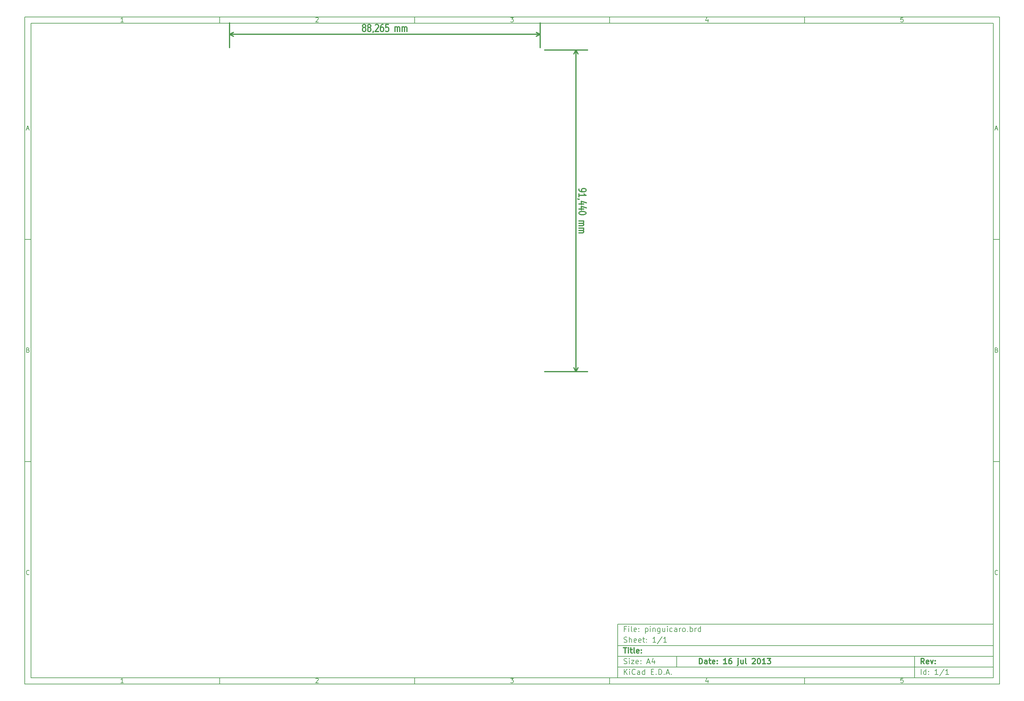
<source format=gbr>
G04 (created by PCBNEW-RS274X (2012-01-19 BZR 3256)-stable) date mar 16 jul 2013 12:41:11 ART*
G01*
G70*
G90*
%MOIN*%
G04 Gerber Fmt 3.4, Leading zero omitted, Abs format*
%FSLAX34Y34*%
G04 APERTURE LIST*
%ADD10C,0.006000*%
%ADD11C,0.012000*%
G04 APERTURE END LIST*
G54D10*
X04000Y-04000D02*
X113000Y-04000D01*
X113000Y-78670D01*
X04000Y-78670D01*
X04000Y-04000D01*
X04700Y-04700D02*
X112300Y-04700D01*
X112300Y-77970D01*
X04700Y-77970D01*
X04700Y-04700D01*
X25800Y-04000D02*
X25800Y-04700D01*
X15043Y-04552D02*
X14757Y-04552D01*
X14900Y-04552D02*
X14900Y-04052D01*
X14852Y-04124D01*
X14805Y-04171D01*
X14757Y-04195D01*
X25800Y-78670D02*
X25800Y-77970D01*
X15043Y-78522D02*
X14757Y-78522D01*
X14900Y-78522D02*
X14900Y-78022D01*
X14852Y-78094D01*
X14805Y-78141D01*
X14757Y-78165D01*
X47600Y-04000D02*
X47600Y-04700D01*
X36557Y-04100D02*
X36581Y-04076D01*
X36629Y-04052D01*
X36748Y-04052D01*
X36795Y-04076D01*
X36819Y-04100D01*
X36843Y-04148D01*
X36843Y-04195D01*
X36819Y-04267D01*
X36533Y-04552D01*
X36843Y-04552D01*
X47600Y-78670D02*
X47600Y-77970D01*
X36557Y-78070D02*
X36581Y-78046D01*
X36629Y-78022D01*
X36748Y-78022D01*
X36795Y-78046D01*
X36819Y-78070D01*
X36843Y-78118D01*
X36843Y-78165D01*
X36819Y-78237D01*
X36533Y-78522D01*
X36843Y-78522D01*
X69400Y-04000D02*
X69400Y-04700D01*
X58333Y-04052D02*
X58643Y-04052D01*
X58476Y-04243D01*
X58548Y-04243D01*
X58595Y-04267D01*
X58619Y-04290D01*
X58643Y-04338D01*
X58643Y-04457D01*
X58619Y-04505D01*
X58595Y-04529D01*
X58548Y-04552D01*
X58405Y-04552D01*
X58357Y-04529D01*
X58333Y-04505D01*
X69400Y-78670D02*
X69400Y-77970D01*
X58333Y-78022D02*
X58643Y-78022D01*
X58476Y-78213D01*
X58548Y-78213D01*
X58595Y-78237D01*
X58619Y-78260D01*
X58643Y-78308D01*
X58643Y-78427D01*
X58619Y-78475D01*
X58595Y-78499D01*
X58548Y-78522D01*
X58405Y-78522D01*
X58357Y-78499D01*
X58333Y-78475D01*
X91200Y-04000D02*
X91200Y-04700D01*
X80395Y-04219D02*
X80395Y-04552D01*
X80276Y-04029D02*
X80157Y-04386D01*
X80467Y-04386D01*
X91200Y-78670D02*
X91200Y-77970D01*
X80395Y-78189D02*
X80395Y-78522D01*
X80276Y-77999D02*
X80157Y-78356D01*
X80467Y-78356D01*
X102219Y-04052D02*
X101981Y-04052D01*
X101957Y-04290D01*
X101981Y-04267D01*
X102029Y-04243D01*
X102148Y-04243D01*
X102195Y-04267D01*
X102219Y-04290D01*
X102243Y-04338D01*
X102243Y-04457D01*
X102219Y-04505D01*
X102195Y-04529D01*
X102148Y-04552D01*
X102029Y-04552D01*
X101981Y-04529D01*
X101957Y-04505D01*
X102219Y-78022D02*
X101981Y-78022D01*
X101957Y-78260D01*
X101981Y-78237D01*
X102029Y-78213D01*
X102148Y-78213D01*
X102195Y-78237D01*
X102219Y-78260D01*
X102243Y-78308D01*
X102243Y-78427D01*
X102219Y-78475D01*
X102195Y-78499D01*
X102148Y-78522D01*
X102029Y-78522D01*
X101981Y-78499D01*
X101957Y-78475D01*
X04000Y-28890D02*
X04700Y-28890D01*
X04231Y-16510D02*
X04469Y-16510D01*
X04184Y-16652D02*
X04350Y-16152D01*
X04517Y-16652D01*
X113000Y-28890D02*
X112300Y-28890D01*
X112531Y-16510D02*
X112769Y-16510D01*
X112484Y-16652D02*
X112650Y-16152D01*
X112817Y-16652D01*
X04000Y-53780D02*
X04700Y-53780D01*
X04386Y-41280D02*
X04457Y-41304D01*
X04481Y-41328D01*
X04505Y-41376D01*
X04505Y-41447D01*
X04481Y-41495D01*
X04457Y-41519D01*
X04410Y-41542D01*
X04219Y-41542D01*
X04219Y-41042D01*
X04386Y-41042D01*
X04433Y-41066D01*
X04457Y-41090D01*
X04481Y-41138D01*
X04481Y-41185D01*
X04457Y-41233D01*
X04433Y-41257D01*
X04386Y-41280D01*
X04219Y-41280D01*
X113000Y-53780D02*
X112300Y-53780D01*
X112686Y-41280D02*
X112757Y-41304D01*
X112781Y-41328D01*
X112805Y-41376D01*
X112805Y-41447D01*
X112781Y-41495D01*
X112757Y-41519D01*
X112710Y-41542D01*
X112519Y-41542D01*
X112519Y-41042D01*
X112686Y-41042D01*
X112733Y-41066D01*
X112757Y-41090D01*
X112781Y-41138D01*
X112781Y-41185D01*
X112757Y-41233D01*
X112733Y-41257D01*
X112686Y-41280D01*
X112519Y-41280D01*
X04505Y-66385D02*
X04481Y-66409D01*
X04410Y-66432D01*
X04362Y-66432D01*
X04290Y-66409D01*
X04243Y-66361D01*
X04219Y-66313D01*
X04195Y-66218D01*
X04195Y-66147D01*
X04219Y-66051D01*
X04243Y-66004D01*
X04290Y-65956D01*
X04362Y-65932D01*
X04410Y-65932D01*
X04481Y-65956D01*
X04505Y-65980D01*
X112805Y-66385D02*
X112781Y-66409D01*
X112710Y-66432D01*
X112662Y-66432D01*
X112590Y-66409D01*
X112543Y-66361D01*
X112519Y-66313D01*
X112495Y-66218D01*
X112495Y-66147D01*
X112519Y-66051D01*
X112543Y-66004D01*
X112590Y-65956D01*
X112662Y-65932D01*
X112710Y-65932D01*
X112781Y-65956D01*
X112805Y-65980D01*
G54D11*
X79443Y-76413D02*
X79443Y-75813D01*
X79586Y-75813D01*
X79671Y-75841D01*
X79729Y-75899D01*
X79757Y-75956D01*
X79786Y-76070D01*
X79786Y-76156D01*
X79757Y-76270D01*
X79729Y-76327D01*
X79671Y-76384D01*
X79586Y-76413D01*
X79443Y-76413D01*
X80300Y-76413D02*
X80300Y-76099D01*
X80271Y-76041D01*
X80214Y-76013D01*
X80100Y-76013D01*
X80043Y-76041D01*
X80300Y-76384D02*
X80243Y-76413D01*
X80100Y-76413D01*
X80043Y-76384D01*
X80014Y-76327D01*
X80014Y-76270D01*
X80043Y-76213D01*
X80100Y-76184D01*
X80243Y-76184D01*
X80300Y-76156D01*
X80500Y-76013D02*
X80729Y-76013D01*
X80586Y-75813D02*
X80586Y-76327D01*
X80614Y-76384D01*
X80672Y-76413D01*
X80729Y-76413D01*
X81157Y-76384D02*
X81100Y-76413D01*
X80986Y-76413D01*
X80929Y-76384D01*
X80900Y-76327D01*
X80900Y-76099D01*
X80929Y-76041D01*
X80986Y-76013D01*
X81100Y-76013D01*
X81157Y-76041D01*
X81186Y-76099D01*
X81186Y-76156D01*
X80900Y-76213D01*
X81443Y-76356D02*
X81471Y-76384D01*
X81443Y-76413D01*
X81414Y-76384D01*
X81443Y-76356D01*
X81443Y-76413D01*
X81443Y-76041D02*
X81471Y-76070D01*
X81443Y-76099D01*
X81414Y-76070D01*
X81443Y-76041D01*
X81443Y-76099D01*
X82500Y-76413D02*
X82157Y-76413D01*
X82329Y-76413D02*
X82329Y-75813D01*
X82272Y-75899D01*
X82214Y-75956D01*
X82157Y-75984D01*
X83014Y-75813D02*
X82900Y-75813D01*
X82843Y-75841D01*
X82814Y-75870D01*
X82757Y-75956D01*
X82728Y-76070D01*
X82728Y-76299D01*
X82757Y-76356D01*
X82785Y-76384D01*
X82843Y-76413D01*
X82957Y-76413D01*
X83014Y-76384D01*
X83043Y-76356D01*
X83071Y-76299D01*
X83071Y-76156D01*
X83043Y-76099D01*
X83014Y-76070D01*
X82957Y-76041D01*
X82843Y-76041D01*
X82785Y-76070D01*
X82757Y-76099D01*
X82728Y-76156D01*
X83785Y-76013D02*
X83785Y-76527D01*
X83756Y-76584D01*
X83699Y-76613D01*
X83671Y-76613D01*
X83785Y-75813D02*
X83756Y-75841D01*
X83785Y-75870D01*
X83813Y-75841D01*
X83785Y-75813D01*
X83785Y-75870D01*
X84328Y-76013D02*
X84328Y-76413D01*
X84071Y-76013D02*
X84071Y-76327D01*
X84099Y-76384D01*
X84157Y-76413D01*
X84242Y-76413D01*
X84299Y-76384D01*
X84328Y-76356D01*
X84700Y-76413D02*
X84642Y-76384D01*
X84614Y-76327D01*
X84614Y-75813D01*
X85356Y-75870D02*
X85385Y-75841D01*
X85442Y-75813D01*
X85585Y-75813D01*
X85642Y-75841D01*
X85671Y-75870D01*
X85699Y-75927D01*
X85699Y-75984D01*
X85671Y-76070D01*
X85328Y-76413D01*
X85699Y-76413D01*
X86070Y-75813D02*
X86127Y-75813D01*
X86184Y-75841D01*
X86213Y-75870D01*
X86242Y-75927D01*
X86270Y-76041D01*
X86270Y-76184D01*
X86242Y-76299D01*
X86213Y-76356D01*
X86184Y-76384D01*
X86127Y-76413D01*
X86070Y-76413D01*
X86013Y-76384D01*
X85984Y-76356D01*
X85956Y-76299D01*
X85927Y-76184D01*
X85927Y-76041D01*
X85956Y-75927D01*
X85984Y-75870D01*
X86013Y-75841D01*
X86070Y-75813D01*
X86841Y-76413D02*
X86498Y-76413D01*
X86670Y-76413D02*
X86670Y-75813D01*
X86613Y-75899D01*
X86555Y-75956D01*
X86498Y-75984D01*
X87041Y-75813D02*
X87412Y-75813D01*
X87212Y-76041D01*
X87298Y-76041D01*
X87355Y-76070D01*
X87384Y-76099D01*
X87412Y-76156D01*
X87412Y-76299D01*
X87384Y-76356D01*
X87355Y-76384D01*
X87298Y-76413D01*
X87126Y-76413D01*
X87069Y-76384D01*
X87041Y-76356D01*
G54D10*
X71043Y-77613D02*
X71043Y-77013D01*
X71386Y-77613D02*
X71129Y-77270D01*
X71386Y-77013D02*
X71043Y-77356D01*
X71643Y-77613D02*
X71643Y-77213D01*
X71643Y-77013D02*
X71614Y-77041D01*
X71643Y-77070D01*
X71671Y-77041D01*
X71643Y-77013D01*
X71643Y-77070D01*
X72272Y-77556D02*
X72243Y-77584D01*
X72157Y-77613D01*
X72100Y-77613D01*
X72015Y-77584D01*
X71957Y-77527D01*
X71929Y-77470D01*
X71900Y-77356D01*
X71900Y-77270D01*
X71929Y-77156D01*
X71957Y-77099D01*
X72015Y-77041D01*
X72100Y-77013D01*
X72157Y-77013D01*
X72243Y-77041D01*
X72272Y-77070D01*
X72786Y-77613D02*
X72786Y-77299D01*
X72757Y-77241D01*
X72700Y-77213D01*
X72586Y-77213D01*
X72529Y-77241D01*
X72786Y-77584D02*
X72729Y-77613D01*
X72586Y-77613D01*
X72529Y-77584D01*
X72500Y-77527D01*
X72500Y-77470D01*
X72529Y-77413D01*
X72586Y-77384D01*
X72729Y-77384D01*
X72786Y-77356D01*
X73329Y-77613D02*
X73329Y-77013D01*
X73329Y-77584D02*
X73272Y-77613D01*
X73158Y-77613D01*
X73100Y-77584D01*
X73072Y-77556D01*
X73043Y-77499D01*
X73043Y-77327D01*
X73072Y-77270D01*
X73100Y-77241D01*
X73158Y-77213D01*
X73272Y-77213D01*
X73329Y-77241D01*
X74072Y-77299D02*
X74272Y-77299D01*
X74358Y-77613D02*
X74072Y-77613D01*
X74072Y-77013D01*
X74358Y-77013D01*
X74615Y-77556D02*
X74643Y-77584D01*
X74615Y-77613D01*
X74586Y-77584D01*
X74615Y-77556D01*
X74615Y-77613D01*
X74901Y-77613D02*
X74901Y-77013D01*
X75044Y-77013D01*
X75129Y-77041D01*
X75187Y-77099D01*
X75215Y-77156D01*
X75244Y-77270D01*
X75244Y-77356D01*
X75215Y-77470D01*
X75187Y-77527D01*
X75129Y-77584D01*
X75044Y-77613D01*
X74901Y-77613D01*
X75501Y-77556D02*
X75529Y-77584D01*
X75501Y-77613D01*
X75472Y-77584D01*
X75501Y-77556D01*
X75501Y-77613D01*
X75758Y-77441D02*
X76044Y-77441D01*
X75701Y-77613D02*
X75901Y-77013D01*
X76101Y-77613D01*
X76301Y-77556D02*
X76329Y-77584D01*
X76301Y-77613D01*
X76272Y-77584D01*
X76301Y-77556D01*
X76301Y-77613D01*
G54D11*
X104586Y-76413D02*
X104386Y-76127D01*
X104243Y-76413D02*
X104243Y-75813D01*
X104471Y-75813D01*
X104529Y-75841D01*
X104557Y-75870D01*
X104586Y-75927D01*
X104586Y-76013D01*
X104557Y-76070D01*
X104529Y-76099D01*
X104471Y-76127D01*
X104243Y-76127D01*
X105071Y-76384D02*
X105014Y-76413D01*
X104900Y-76413D01*
X104843Y-76384D01*
X104814Y-76327D01*
X104814Y-76099D01*
X104843Y-76041D01*
X104900Y-76013D01*
X105014Y-76013D01*
X105071Y-76041D01*
X105100Y-76099D01*
X105100Y-76156D01*
X104814Y-76213D01*
X105300Y-76013D02*
X105443Y-76413D01*
X105585Y-76013D01*
X105814Y-76356D02*
X105842Y-76384D01*
X105814Y-76413D01*
X105785Y-76384D01*
X105814Y-76356D01*
X105814Y-76413D01*
X105814Y-76041D02*
X105842Y-76070D01*
X105814Y-76099D01*
X105785Y-76070D01*
X105814Y-76041D01*
X105814Y-76099D01*
G54D10*
X71014Y-76384D02*
X71100Y-76413D01*
X71243Y-76413D01*
X71300Y-76384D01*
X71329Y-76356D01*
X71357Y-76299D01*
X71357Y-76241D01*
X71329Y-76184D01*
X71300Y-76156D01*
X71243Y-76127D01*
X71129Y-76099D01*
X71071Y-76070D01*
X71043Y-76041D01*
X71014Y-75984D01*
X71014Y-75927D01*
X71043Y-75870D01*
X71071Y-75841D01*
X71129Y-75813D01*
X71271Y-75813D01*
X71357Y-75841D01*
X71614Y-76413D02*
X71614Y-76013D01*
X71614Y-75813D02*
X71585Y-75841D01*
X71614Y-75870D01*
X71642Y-75841D01*
X71614Y-75813D01*
X71614Y-75870D01*
X71843Y-76013D02*
X72157Y-76013D01*
X71843Y-76413D01*
X72157Y-76413D01*
X72614Y-76384D02*
X72557Y-76413D01*
X72443Y-76413D01*
X72386Y-76384D01*
X72357Y-76327D01*
X72357Y-76099D01*
X72386Y-76041D01*
X72443Y-76013D01*
X72557Y-76013D01*
X72614Y-76041D01*
X72643Y-76099D01*
X72643Y-76156D01*
X72357Y-76213D01*
X72900Y-76356D02*
X72928Y-76384D01*
X72900Y-76413D01*
X72871Y-76384D01*
X72900Y-76356D01*
X72900Y-76413D01*
X72900Y-76041D02*
X72928Y-76070D01*
X72900Y-76099D01*
X72871Y-76070D01*
X72900Y-76041D01*
X72900Y-76099D01*
X73614Y-76241D02*
X73900Y-76241D01*
X73557Y-76413D02*
X73757Y-75813D01*
X73957Y-76413D01*
X74414Y-76013D02*
X74414Y-76413D01*
X74271Y-75784D02*
X74128Y-76213D01*
X74500Y-76213D01*
X104243Y-77613D02*
X104243Y-77013D01*
X104786Y-77613D02*
X104786Y-77013D01*
X104786Y-77584D02*
X104729Y-77613D01*
X104615Y-77613D01*
X104557Y-77584D01*
X104529Y-77556D01*
X104500Y-77499D01*
X104500Y-77327D01*
X104529Y-77270D01*
X104557Y-77241D01*
X104615Y-77213D01*
X104729Y-77213D01*
X104786Y-77241D01*
X105072Y-77556D02*
X105100Y-77584D01*
X105072Y-77613D01*
X105043Y-77584D01*
X105072Y-77556D01*
X105072Y-77613D01*
X105072Y-77241D02*
X105100Y-77270D01*
X105072Y-77299D01*
X105043Y-77270D01*
X105072Y-77241D01*
X105072Y-77299D01*
X106129Y-77613D02*
X105786Y-77613D01*
X105958Y-77613D02*
X105958Y-77013D01*
X105901Y-77099D01*
X105843Y-77156D01*
X105786Y-77184D01*
X106814Y-76984D02*
X106300Y-77756D01*
X107329Y-77613D02*
X106986Y-77613D01*
X107158Y-77613D02*
X107158Y-77013D01*
X107101Y-77099D01*
X107043Y-77156D01*
X106986Y-77184D01*
G54D11*
X70957Y-74613D02*
X71300Y-74613D01*
X71129Y-75213D02*
X71129Y-74613D01*
X71500Y-75213D02*
X71500Y-74813D01*
X71500Y-74613D02*
X71471Y-74641D01*
X71500Y-74670D01*
X71528Y-74641D01*
X71500Y-74613D01*
X71500Y-74670D01*
X71700Y-74813D02*
X71929Y-74813D01*
X71786Y-74613D02*
X71786Y-75127D01*
X71814Y-75184D01*
X71872Y-75213D01*
X71929Y-75213D01*
X72215Y-75213D02*
X72157Y-75184D01*
X72129Y-75127D01*
X72129Y-74613D01*
X72671Y-75184D02*
X72614Y-75213D01*
X72500Y-75213D01*
X72443Y-75184D01*
X72414Y-75127D01*
X72414Y-74899D01*
X72443Y-74841D01*
X72500Y-74813D01*
X72614Y-74813D01*
X72671Y-74841D01*
X72700Y-74899D01*
X72700Y-74956D01*
X72414Y-75013D01*
X72957Y-75156D02*
X72985Y-75184D01*
X72957Y-75213D01*
X72928Y-75184D01*
X72957Y-75156D01*
X72957Y-75213D01*
X72957Y-74841D02*
X72985Y-74870D01*
X72957Y-74899D01*
X72928Y-74870D01*
X72957Y-74841D01*
X72957Y-74899D01*
G54D10*
X71243Y-72499D02*
X71043Y-72499D01*
X71043Y-72813D02*
X71043Y-72213D01*
X71329Y-72213D01*
X71557Y-72813D02*
X71557Y-72413D01*
X71557Y-72213D02*
X71528Y-72241D01*
X71557Y-72270D01*
X71585Y-72241D01*
X71557Y-72213D01*
X71557Y-72270D01*
X71929Y-72813D02*
X71871Y-72784D01*
X71843Y-72727D01*
X71843Y-72213D01*
X72385Y-72784D02*
X72328Y-72813D01*
X72214Y-72813D01*
X72157Y-72784D01*
X72128Y-72727D01*
X72128Y-72499D01*
X72157Y-72441D01*
X72214Y-72413D01*
X72328Y-72413D01*
X72385Y-72441D01*
X72414Y-72499D01*
X72414Y-72556D01*
X72128Y-72613D01*
X72671Y-72756D02*
X72699Y-72784D01*
X72671Y-72813D01*
X72642Y-72784D01*
X72671Y-72756D01*
X72671Y-72813D01*
X72671Y-72441D02*
X72699Y-72470D01*
X72671Y-72499D01*
X72642Y-72470D01*
X72671Y-72441D01*
X72671Y-72499D01*
X73414Y-72413D02*
X73414Y-73013D01*
X73414Y-72441D02*
X73471Y-72413D01*
X73585Y-72413D01*
X73642Y-72441D01*
X73671Y-72470D01*
X73700Y-72527D01*
X73700Y-72699D01*
X73671Y-72756D01*
X73642Y-72784D01*
X73585Y-72813D01*
X73471Y-72813D01*
X73414Y-72784D01*
X73957Y-72813D02*
X73957Y-72413D01*
X73957Y-72213D02*
X73928Y-72241D01*
X73957Y-72270D01*
X73985Y-72241D01*
X73957Y-72213D01*
X73957Y-72270D01*
X74243Y-72413D02*
X74243Y-72813D01*
X74243Y-72470D02*
X74271Y-72441D01*
X74329Y-72413D01*
X74414Y-72413D01*
X74471Y-72441D01*
X74500Y-72499D01*
X74500Y-72813D01*
X75043Y-72413D02*
X75043Y-72899D01*
X75014Y-72956D01*
X74986Y-72984D01*
X74929Y-73013D01*
X74843Y-73013D01*
X74786Y-72984D01*
X75043Y-72784D02*
X74986Y-72813D01*
X74872Y-72813D01*
X74814Y-72784D01*
X74786Y-72756D01*
X74757Y-72699D01*
X74757Y-72527D01*
X74786Y-72470D01*
X74814Y-72441D01*
X74872Y-72413D01*
X74986Y-72413D01*
X75043Y-72441D01*
X75586Y-72413D02*
X75586Y-72813D01*
X75329Y-72413D02*
X75329Y-72727D01*
X75357Y-72784D01*
X75415Y-72813D01*
X75500Y-72813D01*
X75557Y-72784D01*
X75586Y-72756D01*
X75872Y-72813D02*
X75872Y-72413D01*
X75872Y-72213D02*
X75843Y-72241D01*
X75872Y-72270D01*
X75900Y-72241D01*
X75872Y-72213D01*
X75872Y-72270D01*
X76415Y-72784D02*
X76358Y-72813D01*
X76244Y-72813D01*
X76186Y-72784D01*
X76158Y-72756D01*
X76129Y-72699D01*
X76129Y-72527D01*
X76158Y-72470D01*
X76186Y-72441D01*
X76244Y-72413D01*
X76358Y-72413D01*
X76415Y-72441D01*
X76929Y-72813D02*
X76929Y-72499D01*
X76900Y-72441D01*
X76843Y-72413D01*
X76729Y-72413D01*
X76672Y-72441D01*
X76929Y-72784D02*
X76872Y-72813D01*
X76729Y-72813D01*
X76672Y-72784D01*
X76643Y-72727D01*
X76643Y-72670D01*
X76672Y-72613D01*
X76729Y-72584D01*
X76872Y-72584D01*
X76929Y-72556D01*
X77215Y-72813D02*
X77215Y-72413D01*
X77215Y-72527D02*
X77243Y-72470D01*
X77272Y-72441D01*
X77329Y-72413D01*
X77386Y-72413D01*
X77672Y-72813D02*
X77614Y-72784D01*
X77586Y-72756D01*
X77557Y-72699D01*
X77557Y-72527D01*
X77586Y-72470D01*
X77614Y-72441D01*
X77672Y-72413D01*
X77757Y-72413D01*
X77814Y-72441D01*
X77843Y-72470D01*
X77872Y-72527D01*
X77872Y-72699D01*
X77843Y-72756D01*
X77814Y-72784D01*
X77757Y-72813D01*
X77672Y-72813D01*
X78129Y-72756D02*
X78157Y-72784D01*
X78129Y-72813D01*
X78100Y-72784D01*
X78129Y-72756D01*
X78129Y-72813D01*
X78415Y-72813D02*
X78415Y-72213D01*
X78415Y-72441D02*
X78472Y-72413D01*
X78586Y-72413D01*
X78643Y-72441D01*
X78672Y-72470D01*
X78701Y-72527D01*
X78701Y-72699D01*
X78672Y-72756D01*
X78643Y-72784D01*
X78586Y-72813D01*
X78472Y-72813D01*
X78415Y-72784D01*
X78958Y-72813D02*
X78958Y-72413D01*
X78958Y-72527D02*
X78986Y-72470D01*
X79015Y-72441D01*
X79072Y-72413D01*
X79129Y-72413D01*
X79586Y-72813D02*
X79586Y-72213D01*
X79586Y-72784D02*
X79529Y-72813D01*
X79415Y-72813D01*
X79357Y-72784D01*
X79329Y-72756D01*
X79300Y-72699D01*
X79300Y-72527D01*
X79329Y-72470D01*
X79357Y-72441D01*
X79415Y-72413D01*
X79529Y-72413D01*
X79586Y-72441D01*
X71014Y-73984D02*
X71100Y-74013D01*
X71243Y-74013D01*
X71300Y-73984D01*
X71329Y-73956D01*
X71357Y-73899D01*
X71357Y-73841D01*
X71329Y-73784D01*
X71300Y-73756D01*
X71243Y-73727D01*
X71129Y-73699D01*
X71071Y-73670D01*
X71043Y-73641D01*
X71014Y-73584D01*
X71014Y-73527D01*
X71043Y-73470D01*
X71071Y-73441D01*
X71129Y-73413D01*
X71271Y-73413D01*
X71357Y-73441D01*
X71614Y-74013D02*
X71614Y-73413D01*
X71871Y-74013D02*
X71871Y-73699D01*
X71842Y-73641D01*
X71785Y-73613D01*
X71700Y-73613D01*
X71642Y-73641D01*
X71614Y-73670D01*
X72385Y-73984D02*
X72328Y-74013D01*
X72214Y-74013D01*
X72157Y-73984D01*
X72128Y-73927D01*
X72128Y-73699D01*
X72157Y-73641D01*
X72214Y-73613D01*
X72328Y-73613D01*
X72385Y-73641D01*
X72414Y-73699D01*
X72414Y-73756D01*
X72128Y-73813D01*
X72899Y-73984D02*
X72842Y-74013D01*
X72728Y-74013D01*
X72671Y-73984D01*
X72642Y-73927D01*
X72642Y-73699D01*
X72671Y-73641D01*
X72728Y-73613D01*
X72842Y-73613D01*
X72899Y-73641D01*
X72928Y-73699D01*
X72928Y-73756D01*
X72642Y-73813D01*
X73099Y-73613D02*
X73328Y-73613D01*
X73185Y-73413D02*
X73185Y-73927D01*
X73213Y-73984D01*
X73271Y-74013D01*
X73328Y-74013D01*
X73528Y-73956D02*
X73556Y-73984D01*
X73528Y-74013D01*
X73499Y-73984D01*
X73528Y-73956D01*
X73528Y-74013D01*
X73528Y-73641D02*
X73556Y-73670D01*
X73528Y-73699D01*
X73499Y-73670D01*
X73528Y-73641D01*
X73528Y-73699D01*
X74585Y-74013D02*
X74242Y-74013D01*
X74414Y-74013D02*
X74414Y-73413D01*
X74357Y-73499D01*
X74299Y-73556D01*
X74242Y-73584D01*
X75270Y-73384D02*
X74756Y-74156D01*
X75785Y-74013D02*
X75442Y-74013D01*
X75614Y-74013D02*
X75614Y-73413D01*
X75557Y-73499D01*
X75499Y-73556D01*
X75442Y-73584D01*
X70300Y-71970D02*
X70300Y-77970D01*
X70300Y-71970D02*
X112300Y-71970D01*
X70300Y-71970D02*
X112300Y-71970D01*
X70300Y-74370D02*
X112300Y-74370D01*
X103500Y-75570D02*
X103500Y-77970D01*
X70300Y-76770D02*
X112300Y-76770D01*
X70300Y-75570D02*
X112300Y-75570D01*
X76900Y-75570D02*
X76900Y-76770D01*
G54D11*
X65965Y-23272D02*
X65965Y-23387D01*
X66003Y-23444D01*
X66041Y-23472D01*
X66156Y-23530D01*
X66308Y-23558D01*
X66613Y-23558D01*
X66689Y-23530D01*
X66727Y-23501D01*
X66765Y-23444D01*
X66765Y-23330D01*
X66727Y-23272D01*
X66689Y-23244D01*
X66613Y-23215D01*
X66422Y-23215D01*
X66346Y-23244D01*
X66308Y-23272D01*
X66270Y-23330D01*
X66270Y-23444D01*
X66308Y-23501D01*
X66346Y-23530D01*
X66422Y-23558D01*
X65965Y-24129D02*
X65965Y-23786D01*
X65965Y-23958D02*
X66765Y-23958D01*
X66651Y-23901D01*
X66575Y-23843D01*
X66537Y-23786D01*
X66003Y-24414D02*
X65965Y-24414D01*
X65889Y-24386D01*
X65851Y-24357D01*
X66499Y-24929D02*
X65965Y-24929D01*
X66803Y-24786D02*
X66232Y-24643D01*
X66232Y-25015D01*
X66499Y-25500D02*
X65965Y-25500D01*
X66803Y-25357D02*
X66232Y-25214D01*
X66232Y-25586D01*
X66765Y-25928D02*
X66765Y-25985D01*
X66727Y-26042D01*
X66689Y-26071D01*
X66613Y-26100D01*
X66460Y-26128D01*
X66270Y-26128D01*
X66118Y-26100D01*
X66041Y-26071D01*
X66003Y-26042D01*
X65965Y-25985D01*
X65965Y-25928D01*
X66003Y-25871D01*
X66041Y-25842D01*
X66118Y-25814D01*
X66270Y-25785D01*
X66460Y-25785D01*
X66613Y-25814D01*
X66689Y-25842D01*
X66727Y-25871D01*
X66765Y-25928D01*
X65965Y-26842D02*
X66499Y-26842D01*
X66422Y-26842D02*
X66460Y-26870D01*
X66499Y-26928D01*
X66499Y-27013D01*
X66460Y-27070D01*
X66384Y-27099D01*
X65965Y-27099D01*
X66384Y-27099D02*
X66460Y-27128D01*
X66499Y-27185D01*
X66499Y-27270D01*
X66460Y-27328D01*
X66384Y-27356D01*
X65965Y-27356D01*
X65965Y-27642D02*
X66499Y-27642D01*
X66422Y-27642D02*
X66460Y-27670D01*
X66499Y-27728D01*
X66499Y-27813D01*
X66460Y-27870D01*
X66384Y-27899D01*
X65965Y-27899D01*
X66384Y-27899D02*
X66460Y-27928D01*
X66499Y-27985D01*
X66499Y-28070D01*
X66460Y-28128D01*
X66384Y-28156D01*
X65965Y-28156D01*
X65649Y-07700D02*
X65649Y-43700D01*
X62150Y-07700D02*
X66929Y-07700D01*
X62150Y-43700D02*
X66929Y-43700D01*
X65649Y-43700D02*
X65419Y-43257D01*
X65649Y-43700D02*
X65879Y-43257D01*
X65649Y-07700D02*
X65419Y-08143D01*
X65649Y-07700D02*
X65879Y-08143D01*
X41905Y-05178D02*
X41847Y-05140D01*
X41819Y-05101D01*
X41790Y-05025D01*
X41790Y-04987D01*
X41819Y-04911D01*
X41847Y-04873D01*
X41905Y-04835D01*
X42019Y-04835D01*
X42076Y-04873D01*
X42105Y-04911D01*
X42133Y-04987D01*
X42133Y-05025D01*
X42105Y-05101D01*
X42076Y-05140D01*
X42019Y-05178D01*
X41905Y-05178D01*
X41847Y-05216D01*
X41819Y-05254D01*
X41790Y-05330D01*
X41790Y-05482D01*
X41819Y-05559D01*
X41847Y-05597D01*
X41905Y-05635D01*
X42019Y-05635D01*
X42076Y-05597D01*
X42105Y-05559D01*
X42133Y-05482D01*
X42133Y-05330D01*
X42105Y-05254D01*
X42076Y-05216D01*
X42019Y-05178D01*
X42476Y-05178D02*
X42418Y-05140D01*
X42390Y-05101D01*
X42361Y-05025D01*
X42361Y-04987D01*
X42390Y-04911D01*
X42418Y-04873D01*
X42476Y-04835D01*
X42590Y-04835D01*
X42647Y-04873D01*
X42676Y-04911D01*
X42704Y-04987D01*
X42704Y-05025D01*
X42676Y-05101D01*
X42647Y-05140D01*
X42590Y-05178D01*
X42476Y-05178D01*
X42418Y-05216D01*
X42390Y-05254D01*
X42361Y-05330D01*
X42361Y-05482D01*
X42390Y-05559D01*
X42418Y-05597D01*
X42476Y-05635D01*
X42590Y-05635D01*
X42647Y-05597D01*
X42676Y-05559D01*
X42704Y-05482D01*
X42704Y-05330D01*
X42676Y-05254D01*
X42647Y-05216D01*
X42590Y-05178D01*
X42989Y-05597D02*
X42989Y-05635D01*
X42961Y-05711D01*
X42932Y-05749D01*
X43218Y-04911D02*
X43247Y-04873D01*
X43304Y-04835D01*
X43447Y-04835D01*
X43504Y-04873D01*
X43533Y-04911D01*
X43561Y-04987D01*
X43561Y-05063D01*
X43533Y-05178D01*
X43190Y-05635D01*
X43561Y-05635D01*
X44075Y-04835D02*
X43961Y-04835D01*
X43904Y-04873D01*
X43875Y-04911D01*
X43818Y-05025D01*
X43789Y-05178D01*
X43789Y-05482D01*
X43818Y-05559D01*
X43846Y-05597D01*
X43904Y-05635D01*
X44018Y-05635D01*
X44075Y-05597D01*
X44104Y-05559D01*
X44132Y-05482D01*
X44132Y-05292D01*
X44104Y-05216D01*
X44075Y-05178D01*
X44018Y-05140D01*
X43904Y-05140D01*
X43846Y-05178D01*
X43818Y-05216D01*
X43789Y-05292D01*
X44675Y-04835D02*
X44389Y-04835D01*
X44360Y-05216D01*
X44389Y-05178D01*
X44446Y-05140D01*
X44589Y-05140D01*
X44646Y-05178D01*
X44675Y-05216D01*
X44703Y-05292D01*
X44703Y-05482D01*
X44675Y-05559D01*
X44646Y-05597D01*
X44589Y-05635D01*
X44446Y-05635D01*
X44389Y-05597D01*
X44360Y-05559D01*
X45417Y-05635D02*
X45417Y-05101D01*
X45417Y-05178D02*
X45445Y-05140D01*
X45503Y-05101D01*
X45588Y-05101D01*
X45645Y-05140D01*
X45674Y-05216D01*
X45674Y-05635D01*
X45674Y-05216D02*
X45703Y-05140D01*
X45760Y-05101D01*
X45845Y-05101D01*
X45903Y-05140D01*
X45931Y-05216D01*
X45931Y-05635D01*
X46217Y-05635D02*
X46217Y-05101D01*
X46217Y-05178D02*
X46245Y-05140D01*
X46303Y-05101D01*
X46388Y-05101D01*
X46445Y-05140D01*
X46474Y-05216D01*
X46474Y-05635D01*
X46474Y-05216D02*
X46503Y-05140D01*
X46560Y-05101D01*
X46645Y-05101D01*
X46703Y-05140D01*
X46731Y-05216D01*
X46731Y-05635D01*
X26900Y-05951D02*
X61650Y-05951D01*
X26900Y-07450D02*
X26900Y-04671D01*
X61650Y-07450D02*
X61650Y-04671D01*
X61650Y-05951D02*
X61207Y-06181D01*
X61650Y-05951D02*
X61207Y-05721D01*
X26900Y-05951D02*
X27343Y-06181D01*
X26900Y-05951D02*
X27343Y-05721D01*
M02*

</source>
